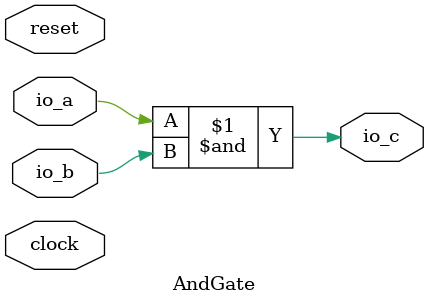
<source format=v>
module AndGate(
  input   clock,
  input   reset,
  input   io_a, // @[cmd21.sc 2:14]
  input   io_b, // @[cmd21.sc 2:14]
  output  io_c // @[cmd21.sc 2:14]
);
  assign io_c = io_a & io_b; // @[cmd21.sc 8:18]
endmodule

</source>
